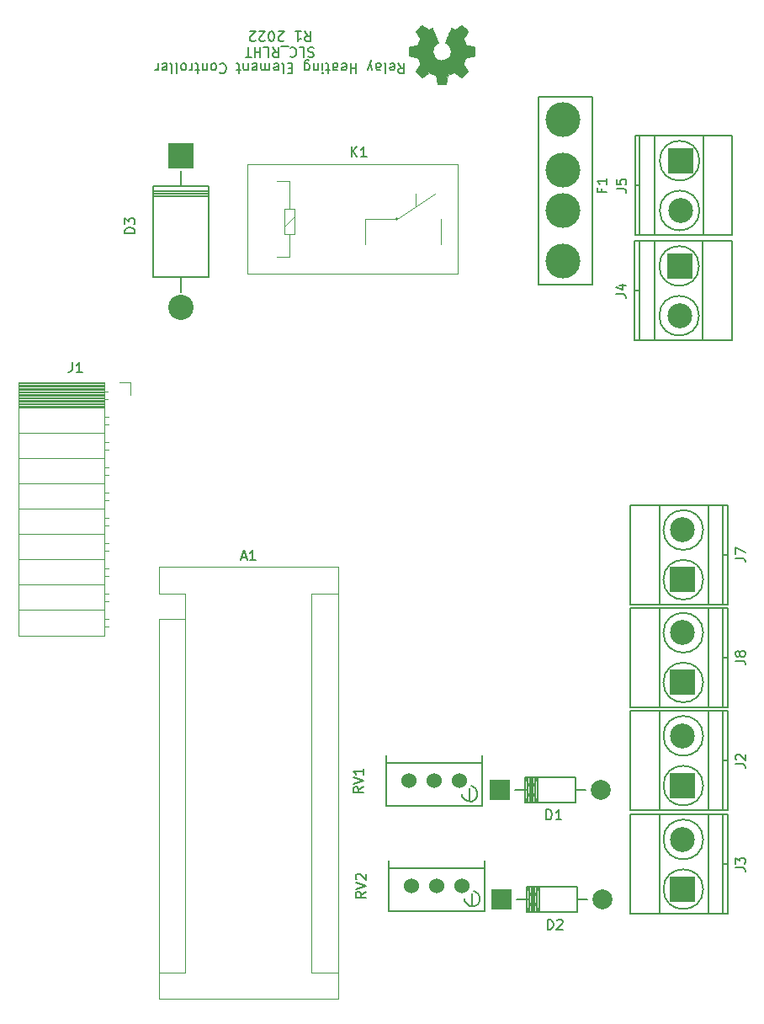
<source format=gbr>
%TF.GenerationSoftware,KiCad,Pcbnew,(6.0.4)*%
%TF.CreationDate,2023-02-01T16:26:22-05:00*%
%TF.ProjectId,BREAD_Slice,42524541-445f-4536-9c69-63652e6b6963,rev?*%
%TF.SameCoordinates,PX74eba40PY8552dc0*%
%TF.FileFunction,Legend,Top*%
%TF.FilePolarity,Positive*%
%FSLAX46Y46*%
G04 Gerber Fmt 4.6, Leading zero omitted, Abs format (unit mm)*
G04 Created by KiCad (PCBNEW (6.0.4)) date 2023-02-01 16:26:22*
%MOMM*%
%LPD*%
G01*
G04 APERTURE LIST*
%ADD10C,0.150000*%
%ADD11C,0.120000*%
%ADD12C,0.010000*%
%ADD13R,2.500000X2.500000*%
%ADD14C,2.500000*%
%ADD15R,2.540000X2.540000*%
%ADD16C,2.540000*%
%ADD17R,1.998980X1.998980*%
%ADD18C,1.998980*%
%ADD19C,1.524000*%
%ADD20C,3.500000*%
G04 APERTURE END LIST*
D10*
X35099952Y94371381D02*
X35433285Y93895191D01*
X35671380Y94371381D02*
X35671380Y93371381D01*
X35290428Y93371381D01*
X35195190Y93419000D01*
X35147571Y93466620D01*
X35099952Y93561858D01*
X35099952Y93704715D01*
X35147571Y93799953D01*
X35195190Y93847572D01*
X35290428Y93895191D01*
X35671380Y93895191D01*
X34290428Y94323762D02*
X34385666Y94371381D01*
X34576142Y94371381D01*
X34671380Y94323762D01*
X34719000Y94228524D01*
X34719000Y93847572D01*
X34671380Y93752334D01*
X34576142Y93704715D01*
X34385666Y93704715D01*
X34290428Y93752334D01*
X34242809Y93847572D01*
X34242809Y93942810D01*
X34719000Y94038048D01*
X33671380Y94371381D02*
X33766619Y94323762D01*
X33814238Y94228524D01*
X33814238Y93371381D01*
X32861857Y94371381D02*
X32861857Y93847572D01*
X32909476Y93752334D01*
X33004714Y93704715D01*
X33195190Y93704715D01*
X33290428Y93752334D01*
X32861857Y94323762D02*
X32957095Y94371381D01*
X33195190Y94371381D01*
X33290428Y94323762D01*
X33338047Y94228524D01*
X33338047Y94133286D01*
X33290428Y94038048D01*
X33195190Y93990429D01*
X32957095Y93990429D01*
X32861857Y93942810D01*
X32480904Y93704715D02*
X32242809Y94371381D01*
X32004714Y93704715D02*
X32242809Y94371381D01*
X32338047Y94609477D01*
X32385666Y94657096D01*
X32480904Y94704715D01*
X30861857Y94371381D02*
X30861857Y93371381D01*
X30861857Y93847572D02*
X30290428Y93847572D01*
X30290428Y94371381D02*
X30290428Y93371381D01*
X29433285Y94323762D02*
X29528523Y94371381D01*
X29719000Y94371381D01*
X29814238Y94323762D01*
X29861857Y94228524D01*
X29861857Y93847572D01*
X29814238Y93752334D01*
X29719000Y93704715D01*
X29528523Y93704715D01*
X29433285Y93752334D01*
X29385666Y93847572D01*
X29385666Y93942810D01*
X29861857Y94038048D01*
X28528523Y94371381D02*
X28528523Y93847572D01*
X28576142Y93752334D01*
X28671380Y93704715D01*
X28861857Y93704715D01*
X28957095Y93752334D01*
X28528523Y94323762D02*
X28623761Y94371381D01*
X28861857Y94371381D01*
X28957095Y94323762D01*
X29004714Y94228524D01*
X29004714Y94133286D01*
X28957095Y94038048D01*
X28861857Y93990429D01*
X28623761Y93990429D01*
X28528523Y93942810D01*
X28195190Y93704715D02*
X27814238Y93704715D01*
X28052333Y93371381D02*
X28052333Y94228524D01*
X28004714Y94323762D01*
X27909476Y94371381D01*
X27814238Y94371381D01*
X27480904Y94371381D02*
X27480904Y93704715D01*
X27480904Y93371381D02*
X27528523Y93419000D01*
X27480904Y93466620D01*
X27433285Y93419000D01*
X27480904Y93371381D01*
X27480904Y93466620D01*
X27004714Y93704715D02*
X27004714Y94371381D01*
X27004714Y93799953D02*
X26957095Y93752334D01*
X26861857Y93704715D01*
X26719000Y93704715D01*
X26623761Y93752334D01*
X26576142Y93847572D01*
X26576142Y94371381D01*
X25671380Y93704715D02*
X25671380Y94514239D01*
X25719000Y94609477D01*
X25766619Y94657096D01*
X25861857Y94704715D01*
X26004714Y94704715D01*
X26099952Y94657096D01*
X25671380Y94323762D02*
X25766619Y94371381D01*
X25957095Y94371381D01*
X26052333Y94323762D01*
X26099952Y94276143D01*
X26147571Y94180905D01*
X26147571Y93895191D01*
X26099952Y93799953D01*
X26052333Y93752334D01*
X25957095Y93704715D01*
X25766619Y93704715D01*
X25671380Y93752334D01*
X24433285Y93847572D02*
X24099952Y93847572D01*
X23957095Y94371381D02*
X24433285Y94371381D01*
X24433285Y93371381D01*
X23957095Y93371381D01*
X23385666Y94371381D02*
X23480904Y94323762D01*
X23528523Y94228524D01*
X23528523Y93371381D01*
X22623761Y94323762D02*
X22719000Y94371381D01*
X22909476Y94371381D01*
X23004714Y94323762D01*
X23052333Y94228524D01*
X23052333Y93847572D01*
X23004714Y93752334D01*
X22909476Y93704715D01*
X22719000Y93704715D01*
X22623761Y93752334D01*
X22576142Y93847572D01*
X22576142Y93942810D01*
X23052333Y94038048D01*
X22147571Y94371381D02*
X22147571Y93704715D01*
X22147571Y93799953D02*
X22099952Y93752334D01*
X22004714Y93704715D01*
X21861857Y93704715D01*
X21766619Y93752334D01*
X21719000Y93847572D01*
X21719000Y94371381D01*
X21719000Y93847572D02*
X21671380Y93752334D01*
X21576142Y93704715D01*
X21433285Y93704715D01*
X21338047Y93752334D01*
X21290428Y93847572D01*
X21290428Y94371381D01*
X20433285Y94323762D02*
X20528523Y94371381D01*
X20719000Y94371381D01*
X20814238Y94323762D01*
X20861857Y94228524D01*
X20861857Y93847572D01*
X20814238Y93752334D01*
X20719000Y93704715D01*
X20528523Y93704715D01*
X20433285Y93752334D01*
X20385666Y93847572D01*
X20385666Y93942810D01*
X20861857Y94038048D01*
X19957095Y93704715D02*
X19957095Y94371381D01*
X19957095Y93799953D02*
X19909476Y93752334D01*
X19814238Y93704715D01*
X19671380Y93704715D01*
X19576142Y93752334D01*
X19528523Y93847572D01*
X19528523Y94371381D01*
X19195190Y93704715D02*
X18814238Y93704715D01*
X19052333Y93371381D02*
X19052333Y94228524D01*
X19004714Y94323762D01*
X18909476Y94371381D01*
X18814238Y94371381D01*
X17147571Y94276143D02*
X17195190Y94323762D01*
X17338047Y94371381D01*
X17433285Y94371381D01*
X17576142Y94323762D01*
X17671380Y94228524D01*
X17719000Y94133286D01*
X17766619Y93942810D01*
X17766619Y93799953D01*
X17719000Y93609477D01*
X17671380Y93514239D01*
X17576142Y93419000D01*
X17433285Y93371381D01*
X17338047Y93371381D01*
X17195190Y93419000D01*
X17147571Y93466620D01*
X16576142Y94371381D02*
X16671380Y94323762D01*
X16719000Y94276143D01*
X16766619Y94180905D01*
X16766619Y93895191D01*
X16719000Y93799953D01*
X16671380Y93752334D01*
X16576142Y93704715D01*
X16433285Y93704715D01*
X16338047Y93752334D01*
X16290428Y93799953D01*
X16242809Y93895191D01*
X16242809Y94180905D01*
X16290428Y94276143D01*
X16338047Y94323762D01*
X16433285Y94371381D01*
X16576142Y94371381D01*
X15814238Y93704715D02*
X15814238Y94371381D01*
X15814238Y93799953D02*
X15766619Y93752334D01*
X15671380Y93704715D01*
X15528523Y93704715D01*
X15433285Y93752334D01*
X15385666Y93847572D01*
X15385666Y94371381D01*
X15052333Y93704715D02*
X14671380Y93704715D01*
X14909476Y93371381D02*
X14909476Y94228524D01*
X14861857Y94323762D01*
X14766619Y94371381D01*
X14671380Y94371381D01*
X14338047Y94371381D02*
X14338047Y93704715D01*
X14338047Y93895191D02*
X14290428Y93799953D01*
X14242809Y93752334D01*
X14147571Y93704715D01*
X14052333Y93704715D01*
X13576142Y94371381D02*
X13671380Y94323762D01*
X13719000Y94276143D01*
X13766619Y94180905D01*
X13766619Y93895191D01*
X13719000Y93799953D01*
X13671380Y93752334D01*
X13576142Y93704715D01*
X13433285Y93704715D01*
X13338047Y93752334D01*
X13290428Y93799953D01*
X13242809Y93895191D01*
X13242809Y94180905D01*
X13290428Y94276143D01*
X13338047Y94323762D01*
X13433285Y94371381D01*
X13576142Y94371381D01*
X12671380Y94371381D02*
X12766619Y94323762D01*
X12814238Y94228524D01*
X12814238Y93371381D01*
X12147571Y94371381D02*
X12242809Y94323762D01*
X12290428Y94228524D01*
X12290428Y93371381D01*
X11385666Y94323762D02*
X11480904Y94371381D01*
X11671380Y94371381D01*
X11766619Y94323762D01*
X11814238Y94228524D01*
X11814238Y93847572D01*
X11766619Y93752334D01*
X11671380Y93704715D01*
X11480904Y93704715D01*
X11385666Y93752334D01*
X11338047Y93847572D01*
X11338047Y93942810D01*
X11814238Y94038048D01*
X10909476Y94371381D02*
X10909476Y93704715D01*
X10909476Y93895191D02*
X10861857Y93799953D01*
X10814238Y93752334D01*
X10719000Y93704715D01*
X10623761Y93704715D01*
X26599952Y95933762D02*
X26457095Y95981381D01*
X26219000Y95981381D01*
X26123761Y95933762D01*
X26076142Y95886143D01*
X26028523Y95790905D01*
X26028523Y95695667D01*
X26076142Y95600429D01*
X26123761Y95552810D01*
X26219000Y95505191D01*
X26409476Y95457572D01*
X26504714Y95409953D01*
X26552333Y95362334D01*
X26599952Y95267096D01*
X26599952Y95171858D01*
X26552333Y95076620D01*
X26504714Y95029000D01*
X26409476Y94981381D01*
X26171380Y94981381D01*
X26028523Y95029000D01*
X25123761Y95981381D02*
X25599952Y95981381D01*
X25599952Y94981381D01*
X24219000Y95886143D02*
X24266619Y95933762D01*
X24409476Y95981381D01*
X24504714Y95981381D01*
X24647571Y95933762D01*
X24742809Y95838524D01*
X24790428Y95743286D01*
X24838047Y95552810D01*
X24838047Y95409953D01*
X24790428Y95219477D01*
X24742809Y95124239D01*
X24647571Y95029000D01*
X24504714Y94981381D01*
X24409476Y94981381D01*
X24266619Y95029000D01*
X24219000Y95076620D01*
X24028523Y96076620D02*
X23266619Y96076620D01*
X22457095Y95981381D02*
X22790428Y95505191D01*
X23028523Y95981381D02*
X23028523Y94981381D01*
X22647571Y94981381D01*
X22552333Y95029000D01*
X22504714Y95076620D01*
X22457095Y95171858D01*
X22457095Y95314715D01*
X22504714Y95409953D01*
X22552333Y95457572D01*
X22647571Y95505191D01*
X23028523Y95505191D01*
X21552333Y95981381D02*
X22028523Y95981381D01*
X22028523Y94981381D01*
X21219000Y95981381D02*
X21219000Y94981381D01*
X21219000Y95457572D02*
X20647571Y95457572D01*
X20647571Y95981381D02*
X20647571Y94981381D01*
X20314238Y94981381D02*
X19742809Y94981381D01*
X20028523Y95981381D02*
X20028523Y94981381D01*
X25671380Y97591381D02*
X26004714Y97115191D01*
X26242809Y97591381D02*
X26242809Y96591381D01*
X25861857Y96591381D01*
X25766619Y96639000D01*
X25719000Y96686620D01*
X25671380Y96781858D01*
X25671380Y96924715D01*
X25719000Y97019953D01*
X25766619Y97067572D01*
X25861857Y97115191D01*
X26242809Y97115191D01*
X24719000Y97591381D02*
X25290428Y97591381D01*
X25004714Y97591381D02*
X25004714Y96591381D01*
X25099952Y96734239D01*
X25195190Y96829477D01*
X25290428Y96877096D01*
X23576142Y96686620D02*
X23528523Y96639000D01*
X23433285Y96591381D01*
X23195190Y96591381D01*
X23099952Y96639000D01*
X23052333Y96686620D01*
X23004714Y96781858D01*
X23004714Y96877096D01*
X23052333Y97019953D01*
X23623761Y97591381D01*
X23004714Y97591381D01*
X22385666Y96591381D02*
X22290428Y96591381D01*
X22195190Y96639000D01*
X22147571Y96686620D01*
X22099952Y96781858D01*
X22052333Y96972334D01*
X22052333Y97210429D01*
X22099952Y97400905D01*
X22147571Y97496143D01*
X22195190Y97543762D01*
X22290428Y97591381D01*
X22385666Y97591381D01*
X22480904Y97543762D01*
X22528523Y97496143D01*
X22576142Y97400905D01*
X22623761Y97210429D01*
X22623761Y96972334D01*
X22576142Y96781858D01*
X22528523Y96686620D01*
X22480904Y96639000D01*
X22385666Y96591381D01*
X21671380Y96686620D02*
X21623761Y96639000D01*
X21528523Y96591381D01*
X21290428Y96591381D01*
X21195190Y96639000D01*
X21147571Y96686620D01*
X21099952Y96781858D01*
X21099952Y96877096D01*
X21147571Y97019953D01*
X21719000Y97591381D01*
X21099952Y97591381D01*
X20719000Y96686620D02*
X20671380Y96639000D01*
X20576142Y96591381D01*
X20338047Y96591381D01*
X20242809Y96639000D01*
X20195190Y96686620D01*
X20147571Y96781858D01*
X20147571Y96877096D01*
X20195190Y97019953D01*
X20766619Y97591381D01*
X20147571Y97591381D01*
%TO.C,A1*%
X19305714Y44713334D02*
X19781904Y44713334D01*
X19210476Y44427620D02*
X19543809Y45427620D01*
X19877142Y44427620D01*
X20734285Y44427620D02*
X20162857Y44427620D01*
X20448571Y44427620D02*
X20448571Y45427620D01*
X20353333Y45284762D01*
X20258095Y45189524D01*
X20162857Y45141905D01*
%TO.C,J1*%
X2286666Y64317620D02*
X2286666Y63603334D01*
X2239047Y63460477D01*
X2143809Y63365239D01*
X2000952Y63317620D01*
X1905714Y63317620D01*
X3286666Y63317620D02*
X2715238Y63317620D01*
X3000952Y63317620D02*
X3000952Y64317620D01*
X2905714Y64174762D01*
X2810476Y64079524D01*
X2715238Y64031905D01*
%TO.C,J2*%
X69025380Y23923667D02*
X69739666Y23923667D01*
X69882523Y23876048D01*
X69977761Y23780810D01*
X70025380Y23637953D01*
X70025380Y23542715D01*
X69120619Y24352239D02*
X69073000Y24399858D01*
X69025380Y24495096D01*
X69025380Y24733191D01*
X69073000Y24828429D01*
X69120619Y24876048D01*
X69215857Y24923667D01*
X69311095Y24923667D01*
X69453952Y24876048D01*
X70025380Y24304620D01*
X70025380Y24923667D01*
%TO.C,J3*%
X69025380Y13509667D02*
X69739666Y13509667D01*
X69882523Y13462048D01*
X69977761Y13366810D01*
X70025380Y13223953D01*
X70025380Y13128715D01*
X69025380Y13890620D02*
X69025380Y14509667D01*
X69406333Y14176334D01*
X69406333Y14319191D01*
X69453952Y14414429D01*
X69501571Y14462048D01*
X69596809Y14509667D01*
X69834904Y14509667D01*
X69930142Y14462048D01*
X69977761Y14414429D01*
X70025380Y14319191D01*
X70025380Y14033477D01*
X69977761Y13938239D01*
X69930142Y13890620D01*
%TO.C,D3*%
X8580380Y77285905D02*
X7580380Y77285905D01*
X7580380Y77524000D01*
X7628000Y77666858D01*
X7723238Y77762096D01*
X7818476Y77809715D01*
X8008952Y77857334D01*
X8151809Y77857334D01*
X8342285Y77809715D01*
X8437523Y77762096D01*
X8532761Y77666858D01*
X8580380Y77524000D01*
X8580380Y77285905D01*
X7580380Y78190667D02*
X7580380Y78809715D01*
X7961333Y78476381D01*
X7961333Y78619239D01*
X8008952Y78714477D01*
X8056571Y78762096D01*
X8151809Y78809715D01*
X8389904Y78809715D01*
X8485142Y78762096D01*
X8532761Y78714477D01*
X8580380Y78619239D01*
X8580380Y78333524D01*
X8532761Y78238286D01*
X8485142Y78190667D01*
%TO.C,J5*%
X57052380Y81748667D02*
X57766666Y81748667D01*
X57909523Y81701048D01*
X58004761Y81605810D01*
X58052380Y81462953D01*
X58052380Y81367715D01*
X57052380Y82701048D02*
X57052380Y82224858D01*
X57528571Y82177239D01*
X57480952Y82224858D01*
X57433333Y82320096D01*
X57433333Y82558191D01*
X57480952Y82653429D01*
X57528571Y82701048D01*
X57623809Y82748667D01*
X57861904Y82748667D01*
X57957142Y82701048D01*
X58004761Y82653429D01*
X58052380Y82558191D01*
X58052380Y82320096D01*
X58004761Y82224858D01*
X57957142Y82177239D01*
%TO.C,J8*%
X69025380Y34297667D02*
X69739666Y34297667D01*
X69882523Y34250048D01*
X69977761Y34154810D01*
X70025380Y34011953D01*
X70025380Y33916715D01*
X69453952Y34916715D02*
X69406333Y34821477D01*
X69358714Y34773858D01*
X69263476Y34726239D01*
X69215857Y34726239D01*
X69120619Y34773858D01*
X69073000Y34821477D01*
X69025380Y34916715D01*
X69025380Y35107191D01*
X69073000Y35202429D01*
X69120619Y35250048D01*
X69215857Y35297667D01*
X69263476Y35297667D01*
X69358714Y35250048D01*
X69406333Y35202429D01*
X69453952Y35107191D01*
X69453952Y34916715D01*
X69501571Y34821477D01*
X69549190Y34773858D01*
X69644428Y34726239D01*
X69834904Y34726239D01*
X69930142Y34773858D01*
X69977761Y34821477D01*
X70025380Y34916715D01*
X70025380Y35107191D01*
X69977761Y35202429D01*
X69930142Y35250048D01*
X69834904Y35297667D01*
X69644428Y35297667D01*
X69549190Y35250048D01*
X69501571Y35202429D01*
X69453952Y35107191D01*
%TO.C,D2*%
X50115244Y7294620D02*
X50115244Y8294620D01*
X50353340Y8294620D01*
X50496197Y8247000D01*
X50591435Y8151762D01*
X50639054Y8056524D01*
X50686673Y7866048D01*
X50686673Y7723191D01*
X50639054Y7532715D01*
X50591435Y7437477D01*
X50496197Y7342239D01*
X50353340Y7294620D01*
X50115244Y7294620D01*
X51067625Y8199381D02*
X51115244Y8247000D01*
X51210482Y8294620D01*
X51448578Y8294620D01*
X51543816Y8247000D01*
X51591435Y8199381D01*
X51639054Y8104143D01*
X51639054Y8008905D01*
X51591435Y7866048D01*
X51020006Y7294620D01*
X51639054Y7294620D01*
%TO.C,J7*%
X69025380Y44624667D02*
X69739666Y44624667D01*
X69882523Y44577048D01*
X69977761Y44481810D01*
X70025380Y44338953D01*
X70025380Y44243715D01*
X69025380Y45005620D02*
X69025380Y45672286D01*
X70025380Y45243715D01*
%TO.C,RV2*%
X31821380Y11088762D02*
X31345190Y10755429D01*
X31821380Y10517334D02*
X30821380Y10517334D01*
X30821380Y10898286D01*
X30869000Y10993524D01*
X30916619Y11041143D01*
X31011857Y11088762D01*
X31154714Y11088762D01*
X31249952Y11041143D01*
X31297571Y10993524D01*
X31345190Y10898286D01*
X31345190Y10517334D01*
X30821380Y11374477D02*
X31821380Y11707810D01*
X30821380Y12041143D01*
X30916619Y12326858D02*
X30869000Y12374477D01*
X30821380Y12469715D01*
X30821380Y12707810D01*
X30869000Y12803048D01*
X30916619Y12850667D01*
X31011857Y12898286D01*
X31107095Y12898286D01*
X31249952Y12850667D01*
X31821380Y12279239D01*
X31821380Y12898286D01*
%TO.C,J4*%
X57006380Y71167667D02*
X57720666Y71167667D01*
X57863523Y71120048D01*
X57958761Y71024810D01*
X58006380Y70881953D01*
X58006380Y70786715D01*
X57339714Y72072429D02*
X58006380Y72072429D01*
X56958761Y71834334D02*
X57673047Y71596239D01*
X57673047Y72215286D01*
%TO.C,D1*%
X49988244Y18343620D02*
X49988244Y19343620D01*
X50226340Y19343620D01*
X50369197Y19296000D01*
X50464435Y19200762D01*
X50512054Y19105524D01*
X50559673Y18915048D01*
X50559673Y18772191D01*
X50512054Y18581715D01*
X50464435Y18486477D01*
X50369197Y18391239D01*
X50226340Y18343620D01*
X49988244Y18343620D01*
X51512054Y18343620D02*
X50940625Y18343620D01*
X51226340Y18343620D02*
X51226340Y19343620D01*
X51131101Y19200762D01*
X51035863Y19105524D01*
X50940625Y19057905D01*
%TO.C,RV1*%
X31567380Y21629762D02*
X31091190Y21296429D01*
X31567380Y21058334D02*
X30567380Y21058334D01*
X30567380Y21439286D01*
X30615000Y21534524D01*
X30662619Y21582143D01*
X30757857Y21629762D01*
X30900714Y21629762D01*
X30995952Y21582143D01*
X31043571Y21534524D01*
X31091190Y21439286D01*
X31091190Y21058334D01*
X30567380Y21915477D02*
X31567380Y22248810D01*
X30567380Y22582143D01*
X31567380Y23439286D02*
X31567380Y22867858D01*
X31567380Y23153572D02*
X30567380Y23153572D01*
X30710238Y23058334D01*
X30805476Y22963096D01*
X30853095Y22867858D01*
%TO.C,K1*%
X30366904Y84987620D02*
X30366904Y85987620D01*
X30938333Y84987620D02*
X30509761Y85559048D01*
X30938333Y85987620D02*
X30366904Y85416191D01*
X31890714Y84987620D02*
X31319285Y84987620D01*
X31605000Y84987620D02*
X31605000Y85987620D01*
X31509761Y85844762D01*
X31414523Y85749524D01*
X31319285Y85701905D01*
%TO.C,F1*%
X55571571Y81750667D02*
X55571571Y81417334D01*
X56095380Y81417334D02*
X55095380Y81417334D01*
X55095380Y81893524D01*
X56095380Y82798286D02*
X56095380Y82226858D01*
X56095380Y82512572D02*
X55095380Y82512572D01*
X55238238Y82417334D01*
X55333476Y82322096D01*
X55381095Y82226858D01*
D11*
%TO.C,A1*%
X29040000Y43740000D02*
X11000000Y43740000D01*
X11000000Y43740000D02*
X11000000Y41070000D01*
X13670000Y41070000D02*
X11000000Y41070000D01*
X11000000Y38530000D02*
X11000000Y300000D01*
X26370000Y2970000D02*
X29040000Y2970000D01*
X13670000Y38530000D02*
X13670000Y2970000D01*
X13670000Y38530000D02*
X11000000Y38530000D01*
X11000000Y300000D02*
X29040000Y300000D01*
X13670000Y2970000D02*
X11000000Y2970000D01*
X26370000Y41070000D02*
X26370000Y2970000D01*
X29040000Y300000D02*
X29040000Y43740000D01*
X13670000Y38530000D02*
X13670000Y41070000D01*
X26370000Y41070000D02*
X29040000Y41070000D01*
%TO.C,J1*%
X-3090000Y44490000D02*
X5540000Y44490000D01*
X-3090000Y59966195D02*
X5540000Y59966195D01*
X-3090000Y54650000D02*
X5540000Y54650000D01*
X5540000Y58820000D02*
X5950000Y58820000D01*
X5540000Y37780000D02*
X5950000Y37780000D01*
X5540000Y42860000D02*
X5950000Y42860000D01*
X-3090000Y61737620D02*
X5540000Y61737620D01*
X-3090000Y60202385D02*
X5540000Y60202385D01*
X-3090000Y61029050D02*
X5540000Y61029050D01*
X-3090000Y39410000D02*
X5540000Y39410000D01*
X5540000Y41040000D02*
X5950000Y41040000D01*
X5540000Y50480000D02*
X5950000Y50480000D01*
X5540000Y61360000D02*
X5890000Y61360000D01*
X5540000Y43580000D02*
X5950000Y43580000D01*
X-3090000Y47030000D02*
X5540000Y47030000D01*
X5540000Y47940000D02*
X5950000Y47940000D01*
X5540000Y60640000D02*
X5890000Y60640000D01*
X-3090000Y61147145D02*
X5540000Y61147145D01*
X-3090000Y61855715D02*
X5540000Y61855715D01*
X5540000Y38500000D02*
X5950000Y38500000D01*
X-3090000Y61973810D02*
X5540000Y61973810D01*
X5540000Y58100000D02*
X5950000Y58100000D01*
X-3090000Y60792860D02*
X5540000Y60792860D01*
X5540000Y45400000D02*
X5950000Y45400000D01*
X-3090000Y41950000D02*
X5540000Y41950000D01*
X7000000Y62330000D02*
X8110000Y62330000D01*
X-3090000Y61265240D02*
X5540000Y61265240D01*
X5540000Y53740000D02*
X5950000Y53740000D01*
X-3090000Y62330000D02*
X-3090000Y36810000D01*
X5540000Y46120000D02*
X5950000Y46120000D01*
X8110000Y62330000D02*
X8110000Y61000000D01*
X-3090000Y60438575D02*
X5540000Y60438575D01*
X-3090000Y60556670D02*
X5540000Y60556670D01*
X-3090000Y60084290D02*
X5540000Y60084290D01*
X-3090000Y60674765D02*
X5540000Y60674765D01*
X5540000Y53020000D02*
X5950000Y53020000D01*
X-3090000Y62210000D02*
X5540000Y62210000D01*
X-3090000Y61619525D02*
X5540000Y61619525D01*
X-3090000Y52110000D02*
X5540000Y52110000D01*
X-3090000Y61383335D02*
X5540000Y61383335D01*
X-3090000Y59848100D02*
X5540000Y59848100D01*
X5540000Y48660000D02*
X5950000Y48660000D01*
X-3090000Y62330000D02*
X5540000Y62330000D01*
X-3090000Y62091905D02*
X5540000Y62091905D01*
X5540000Y56280000D02*
X5950000Y56280000D01*
X-3090000Y57190000D02*
X5540000Y57190000D01*
X-3090000Y49570000D02*
X5540000Y49570000D01*
X5540000Y55560000D02*
X5950000Y55560000D01*
X5540000Y51200000D02*
X5950000Y51200000D01*
X-3090000Y59730000D02*
X5540000Y59730000D01*
X-3090000Y60320480D02*
X5540000Y60320480D01*
X5540000Y40320000D02*
X5950000Y40320000D01*
X-3090000Y60910955D02*
X5540000Y60910955D01*
X-3090000Y36810000D02*
X5540000Y36810000D01*
X-3090000Y61501430D02*
X5540000Y61501430D01*
X5540000Y62330000D02*
X5540000Y36810000D01*
%TO.C,Logo1*%
G36*
X37489357Y98212912D02*
G01*
X37534200Y98186020D01*
X37594679Y98146736D01*
X37641211Y98115117D01*
X37725525Y98057098D01*
X37825374Y97988784D01*
X37925527Y97920579D01*
X37979373Y97884075D01*
X38161629Y97760800D01*
X38314619Y97843520D01*
X38384318Y97879759D01*
X38443586Y97907926D01*
X38483689Y97923991D01*
X38493897Y97926226D01*
X38506171Y97909722D01*
X38530387Y97863082D01*
X38564737Y97790609D01*
X38607412Y97696606D01*
X38656606Y97585374D01*
X38710510Y97461215D01*
X38767316Y97328432D01*
X38825218Y97191327D01*
X38882407Y97054202D01*
X38937076Y96921358D01*
X38987416Y96797098D01*
X39031620Y96685725D01*
X39067881Y96591539D01*
X39094391Y96518844D01*
X39109342Y96471941D01*
X39111746Y96455833D01*
X39092689Y96435286D01*
X39050964Y96401933D01*
X38995294Y96362702D01*
X38990622Y96359599D01*
X38846736Y96244423D01*
X38730717Y96110053D01*
X38643570Y95960784D01*
X38586301Y95800913D01*
X38559914Y95634737D01*
X38565415Y95466552D01*
X38603810Y95300655D01*
X38676105Y95141342D01*
X38697374Y95106487D01*
X38808004Y94965737D01*
X38938698Y94852714D01*
X39084936Y94768003D01*
X39242192Y94712194D01*
X39405943Y94685874D01*
X39571667Y94689630D01*
X39734838Y94724050D01*
X39890935Y94789723D01*
X40035433Y94887235D01*
X40080131Y94926813D01*
X40193888Y95050703D01*
X40276782Y95181124D01*
X40333644Y95327315D01*
X40365313Y95472088D01*
X40373131Y95634860D01*
X40347062Y95798440D01*
X40289755Y95957298D01*
X40203856Y96105906D01*
X40092014Y96238735D01*
X39956877Y96350256D01*
X39939117Y96362011D01*
X39882850Y96400508D01*
X39840077Y96433863D01*
X39819628Y96455160D01*
X39819331Y96455833D01*
X39823721Y96478871D01*
X39841124Y96531157D01*
X39869732Y96608390D01*
X39907735Y96706268D01*
X39953326Y96820491D01*
X40004697Y96946758D01*
X40060038Y97080767D01*
X40117542Y97218218D01*
X40175399Y97354808D01*
X40231802Y97486237D01*
X40284942Y97608205D01*
X40333010Y97716409D01*
X40374199Y97806549D01*
X40406699Y97874323D01*
X40428703Y97915430D01*
X40437564Y97926226D01*
X40464640Y97917819D01*
X40515303Y97895272D01*
X40580817Y97862613D01*
X40616841Y97843520D01*
X40769832Y97760800D01*
X40952088Y97884075D01*
X41045125Y97947228D01*
X41146985Y98016727D01*
X41242438Y98082165D01*
X41290250Y98115117D01*
X41357495Y98160273D01*
X41414436Y98196057D01*
X41453646Y98217938D01*
X41466381Y98222563D01*
X41484917Y98210085D01*
X41525941Y98175252D01*
X41585475Y98121678D01*
X41659542Y98052983D01*
X41744165Y97972781D01*
X41797685Y97921286D01*
X41891319Y97829286D01*
X41972241Y97746999D01*
X42037177Y97677945D01*
X42082858Y97625644D01*
X42106011Y97593616D01*
X42108232Y97587116D01*
X42097924Y97562394D01*
X42069439Y97512405D01*
X42025937Y97442212D01*
X41970577Y97356875D01*
X41906520Y97261456D01*
X41888303Y97234854D01*
X41821927Y97138167D01*
X41762378Y97051117D01*
X41712984Y96978595D01*
X41677075Y96925493D01*
X41657981Y96896703D01*
X41656136Y96893726D01*
X41658895Y96870782D01*
X41673538Y96820336D01*
X41697513Y96749041D01*
X41728266Y96663547D01*
X41763244Y96570507D01*
X41799893Y96476574D01*
X41835661Y96388399D01*
X41867994Y96312634D01*
X41894338Y96255931D01*
X41912142Y96224943D01*
X41913407Y96223457D01*
X41924294Y96214601D01*
X41942682Y96205843D01*
X41972606Y96196277D01*
X42018103Y96184996D01*
X42083209Y96171093D01*
X42171961Y96153663D01*
X42288393Y96131798D01*
X42436542Y96104591D01*
X42468618Y96098741D01*
X42563686Y96080374D01*
X42646565Y96062405D01*
X42709930Y96046569D01*
X42746458Y96034600D01*
X42751356Y96031810D01*
X42759427Y96007072D01*
X42765987Y95951790D01*
X42771033Y95872389D01*
X42774559Y95775296D01*
X42776561Y95666938D01*
X42777036Y95553740D01*
X42775977Y95442128D01*
X42773382Y95338529D01*
X42769246Y95249368D01*
X42763563Y95181072D01*
X42756331Y95140066D01*
X42751971Y95131674D01*
X42727698Y95123208D01*
X42672426Y95109435D01*
X42591662Y95091550D01*
X42490912Y95070748D01*
X42375683Y95048223D01*
X42312902Y95036418D01*
X42193787Y95014151D01*
X42087565Y94993979D01*
X41999427Y94976915D01*
X41934566Y94963969D01*
X41898174Y94956155D01*
X41892184Y94954422D01*
X41882061Y94934890D01*
X41860662Y94887843D01*
X41830839Y94820003D01*
X41795445Y94738091D01*
X41757332Y94648828D01*
X41719353Y94558935D01*
X41684360Y94475135D01*
X41655206Y94404147D01*
X41634743Y94352694D01*
X41625823Y94327497D01*
X41625657Y94326396D01*
X41635769Y94306519D01*
X41664117Y94260777D01*
X41707723Y94193717D01*
X41763606Y94109884D01*
X41828787Y94013826D01*
X41866679Y93958650D01*
X41935725Y93857481D01*
X41997050Y93765630D01*
X42047663Y93687744D01*
X42084571Y93628469D01*
X42104782Y93592451D01*
X42107701Y93584377D01*
X42095153Y93565584D01*
X42060463Y93525457D01*
X42008063Y93468493D01*
X41942384Y93399185D01*
X41867856Y93322031D01*
X41788913Y93241525D01*
X41709983Y93162163D01*
X41635500Y93088440D01*
X41569894Y93024852D01*
X41517596Y92975894D01*
X41483039Y92946061D01*
X41471478Y92938942D01*
X41452654Y92948953D01*
X41407631Y92977078D01*
X41340787Y93020454D01*
X41256499Y93076218D01*
X41159144Y93141506D01*
X41085707Y93191246D01*
X40714667Y93443551D01*
X40096095Y93188555D01*
X40012275Y92743931D01*
X39928454Y92299307D01*
X39003006Y92299307D01*
X38919186Y92743931D01*
X38835365Y93188555D01*
X38526080Y93316053D01*
X38216794Y93443551D01*
X37845754Y93191246D01*
X37741843Y93120996D01*
X37647913Y93058272D01*
X37568348Y93005938D01*
X37507530Y92966857D01*
X37469843Y92943893D01*
X37459579Y92938942D01*
X37441090Y92951676D01*
X37401580Y92986882D01*
X37345478Y93040062D01*
X37277213Y93106718D01*
X37201214Y93182354D01*
X37121908Y93262472D01*
X37043725Y93342574D01*
X36971093Y93418164D01*
X36908441Y93484745D01*
X36860197Y93537818D01*
X36830790Y93572887D01*
X36823759Y93584623D01*
X36833877Y93606260D01*
X36862241Y93653662D01*
X36905871Y93722193D01*
X36961782Y93807215D01*
X37026994Y93904093D01*
X37064781Y93959350D01*
X37133657Y94060248D01*
X37194860Y94151299D01*
X37245422Y94227970D01*
X37282372Y94285728D01*
X37302742Y94320043D01*
X37305803Y94327254D01*
X37298864Y94347748D01*
X37279949Y94395513D01*
X37251913Y94463832D01*
X37217609Y94545989D01*
X37179891Y94635270D01*
X37141613Y94724958D01*
X37105630Y94808338D01*
X37074794Y94878694D01*
X37051961Y94929310D01*
X37039983Y94953471D01*
X37039276Y94954422D01*
X37020469Y94959036D01*
X36970382Y94969328D01*
X36894207Y94984287D01*
X36797135Y95002901D01*
X36684357Y95024159D01*
X36618558Y95036418D01*
X36498050Y95059362D01*
X36389203Y95081195D01*
X36297524Y95100722D01*
X36228519Y95116748D01*
X36187696Y95128079D01*
X36179489Y95131674D01*
X36171452Y95156006D01*
X36164967Y95210959D01*
X36160030Y95290108D01*
X36156636Y95387026D01*
X36154782Y95495287D01*
X36154462Y95608465D01*
X36155673Y95720135D01*
X36158410Y95823868D01*
X36162669Y95913241D01*
X36168445Y95981826D01*
X36175733Y96023197D01*
X36180105Y96031810D01*
X36206236Y96042133D01*
X36261607Y96056892D01*
X36338893Y96074352D01*
X36430770Y96092780D01*
X36462842Y96098741D01*
X36617476Y96127066D01*
X36739625Y96149876D01*
X36833327Y96168080D01*
X36902616Y96182583D01*
X36951529Y96194292D01*
X36984103Y96204115D01*
X37004372Y96212956D01*
X37016374Y96221724D01*
X37018053Y96223457D01*
X37034816Y96251371D01*
X37060386Y96305695D01*
X37092212Y96379777D01*
X37127740Y96466965D01*
X37164417Y96560608D01*
X37199689Y96654052D01*
X37231004Y96740647D01*
X37255807Y96813740D01*
X37271546Y96866678D01*
X37275668Y96892811D01*
X37275324Y96893726D01*
X37261359Y96915086D01*
X37229678Y96962084D01*
X37183609Y97029827D01*
X37126482Y97113423D01*
X37061627Y97207982D01*
X37043157Y97234854D01*
X36977301Y97332275D01*
X36919350Y97421163D01*
X36872462Y97496412D01*
X36839793Y97552920D01*
X36824500Y97585581D01*
X36823759Y97589593D01*
X36836608Y97610684D01*
X36872112Y97652464D01*
X36925707Y97710445D01*
X36992829Y97780135D01*
X37068913Y97857045D01*
X37149396Y97936683D01*
X37229713Y98014561D01*
X37305301Y98086186D01*
X37371595Y98147070D01*
X37424031Y98192721D01*
X37458045Y98218650D01*
X37467455Y98222883D01*
X37489357Y98212912D01*
G37*
D12*
X37489357Y98212912D02*
X37534200Y98186020D01*
X37594679Y98146736D01*
X37641211Y98115117D01*
X37725525Y98057098D01*
X37825374Y97988784D01*
X37925527Y97920579D01*
X37979373Y97884075D01*
X38161629Y97760800D01*
X38314619Y97843520D01*
X38384318Y97879759D01*
X38443586Y97907926D01*
X38483689Y97923991D01*
X38493897Y97926226D01*
X38506171Y97909722D01*
X38530387Y97863082D01*
X38564737Y97790609D01*
X38607412Y97696606D01*
X38656606Y97585374D01*
X38710510Y97461215D01*
X38767316Y97328432D01*
X38825218Y97191327D01*
X38882407Y97054202D01*
X38937076Y96921358D01*
X38987416Y96797098D01*
X39031620Y96685725D01*
X39067881Y96591539D01*
X39094391Y96518844D01*
X39109342Y96471941D01*
X39111746Y96455833D01*
X39092689Y96435286D01*
X39050964Y96401933D01*
X38995294Y96362702D01*
X38990622Y96359599D01*
X38846736Y96244423D01*
X38730717Y96110053D01*
X38643570Y95960784D01*
X38586301Y95800913D01*
X38559914Y95634737D01*
X38565415Y95466552D01*
X38603810Y95300655D01*
X38676105Y95141342D01*
X38697374Y95106487D01*
X38808004Y94965737D01*
X38938698Y94852714D01*
X39084936Y94768003D01*
X39242192Y94712194D01*
X39405943Y94685874D01*
X39571667Y94689630D01*
X39734838Y94724050D01*
X39890935Y94789723D01*
X40035433Y94887235D01*
X40080131Y94926813D01*
X40193888Y95050703D01*
X40276782Y95181124D01*
X40333644Y95327315D01*
X40365313Y95472088D01*
X40373131Y95634860D01*
X40347062Y95798440D01*
X40289755Y95957298D01*
X40203856Y96105906D01*
X40092014Y96238735D01*
X39956877Y96350256D01*
X39939117Y96362011D01*
X39882850Y96400508D01*
X39840077Y96433863D01*
X39819628Y96455160D01*
X39819331Y96455833D01*
X39823721Y96478871D01*
X39841124Y96531157D01*
X39869732Y96608390D01*
X39907735Y96706268D01*
X39953326Y96820491D01*
X40004697Y96946758D01*
X40060038Y97080767D01*
X40117542Y97218218D01*
X40175399Y97354808D01*
X40231802Y97486237D01*
X40284942Y97608205D01*
X40333010Y97716409D01*
X40374199Y97806549D01*
X40406699Y97874323D01*
X40428703Y97915430D01*
X40437564Y97926226D01*
X40464640Y97917819D01*
X40515303Y97895272D01*
X40580817Y97862613D01*
X40616841Y97843520D01*
X40769832Y97760800D01*
X40952088Y97884075D01*
X41045125Y97947228D01*
X41146985Y98016727D01*
X41242438Y98082165D01*
X41290250Y98115117D01*
X41357495Y98160273D01*
X41414436Y98196057D01*
X41453646Y98217938D01*
X41466381Y98222563D01*
X41484917Y98210085D01*
X41525941Y98175252D01*
X41585475Y98121678D01*
X41659542Y98052983D01*
X41744165Y97972781D01*
X41797685Y97921286D01*
X41891319Y97829286D01*
X41972241Y97746999D01*
X42037177Y97677945D01*
X42082858Y97625644D01*
X42106011Y97593616D01*
X42108232Y97587116D01*
X42097924Y97562394D01*
X42069439Y97512405D01*
X42025937Y97442212D01*
X41970577Y97356875D01*
X41906520Y97261456D01*
X41888303Y97234854D01*
X41821927Y97138167D01*
X41762378Y97051117D01*
X41712984Y96978595D01*
X41677075Y96925493D01*
X41657981Y96896703D01*
X41656136Y96893726D01*
X41658895Y96870782D01*
X41673538Y96820336D01*
X41697513Y96749041D01*
X41728266Y96663547D01*
X41763244Y96570507D01*
X41799893Y96476574D01*
X41835661Y96388399D01*
X41867994Y96312634D01*
X41894338Y96255931D01*
X41912142Y96224943D01*
X41913407Y96223457D01*
X41924294Y96214601D01*
X41942682Y96205843D01*
X41972606Y96196277D01*
X42018103Y96184996D01*
X42083209Y96171093D01*
X42171961Y96153663D01*
X42288393Y96131798D01*
X42436542Y96104591D01*
X42468618Y96098741D01*
X42563686Y96080374D01*
X42646565Y96062405D01*
X42709930Y96046569D01*
X42746458Y96034600D01*
X42751356Y96031810D01*
X42759427Y96007072D01*
X42765987Y95951790D01*
X42771033Y95872389D01*
X42774559Y95775296D01*
X42776561Y95666938D01*
X42777036Y95553740D01*
X42775977Y95442128D01*
X42773382Y95338529D01*
X42769246Y95249368D01*
X42763563Y95181072D01*
X42756331Y95140066D01*
X42751971Y95131674D01*
X42727698Y95123208D01*
X42672426Y95109435D01*
X42591662Y95091550D01*
X42490912Y95070748D01*
X42375683Y95048223D01*
X42312902Y95036418D01*
X42193787Y95014151D01*
X42087565Y94993979D01*
X41999427Y94976915D01*
X41934566Y94963969D01*
X41898174Y94956155D01*
X41892184Y94954422D01*
X41882061Y94934890D01*
X41860662Y94887843D01*
X41830839Y94820003D01*
X41795445Y94738091D01*
X41757332Y94648828D01*
X41719353Y94558935D01*
X41684360Y94475135D01*
X41655206Y94404147D01*
X41634743Y94352694D01*
X41625823Y94327497D01*
X41625657Y94326396D01*
X41635769Y94306519D01*
X41664117Y94260777D01*
X41707723Y94193717D01*
X41763606Y94109884D01*
X41828787Y94013826D01*
X41866679Y93958650D01*
X41935725Y93857481D01*
X41997050Y93765630D01*
X42047663Y93687744D01*
X42084571Y93628469D01*
X42104782Y93592451D01*
X42107701Y93584377D01*
X42095153Y93565584D01*
X42060463Y93525457D01*
X42008063Y93468493D01*
X41942384Y93399185D01*
X41867856Y93322031D01*
X41788913Y93241525D01*
X41709983Y93162163D01*
X41635500Y93088440D01*
X41569894Y93024852D01*
X41517596Y92975894D01*
X41483039Y92946061D01*
X41471478Y92938942D01*
X41452654Y92948953D01*
X41407631Y92977078D01*
X41340787Y93020454D01*
X41256499Y93076218D01*
X41159144Y93141506D01*
X41085707Y93191246D01*
X40714667Y93443551D01*
X40096095Y93188555D01*
X40012275Y92743931D01*
X39928454Y92299307D01*
X39003006Y92299307D01*
X38919186Y92743931D01*
X38835365Y93188555D01*
X38526080Y93316053D01*
X38216794Y93443551D01*
X37845754Y93191246D01*
X37741843Y93120996D01*
X37647913Y93058272D01*
X37568348Y93005938D01*
X37507530Y92966857D01*
X37469843Y92943893D01*
X37459579Y92938942D01*
X37441090Y92951676D01*
X37401580Y92986882D01*
X37345478Y93040062D01*
X37277213Y93106718D01*
X37201214Y93182354D01*
X37121908Y93262472D01*
X37043725Y93342574D01*
X36971093Y93418164D01*
X36908441Y93484745D01*
X36860197Y93537818D01*
X36830790Y93572887D01*
X36823759Y93584623D01*
X36833877Y93606260D01*
X36862241Y93653662D01*
X36905871Y93722193D01*
X36961782Y93807215D01*
X37026994Y93904093D01*
X37064781Y93959350D01*
X37133657Y94060248D01*
X37194860Y94151299D01*
X37245422Y94227970D01*
X37282372Y94285728D01*
X37302742Y94320043D01*
X37305803Y94327254D01*
X37298864Y94347748D01*
X37279949Y94395513D01*
X37251913Y94463832D01*
X37217609Y94545989D01*
X37179891Y94635270D01*
X37141613Y94724958D01*
X37105630Y94808338D01*
X37074794Y94878694D01*
X37051961Y94929310D01*
X37039983Y94953471D01*
X37039276Y94954422D01*
X37020469Y94959036D01*
X36970382Y94969328D01*
X36894207Y94984287D01*
X36797135Y95002901D01*
X36684357Y95024159D01*
X36618558Y95036418D01*
X36498050Y95059362D01*
X36389203Y95081195D01*
X36297524Y95100722D01*
X36228519Y95116748D01*
X36187696Y95128079D01*
X36179489Y95131674D01*
X36171452Y95156006D01*
X36164967Y95210959D01*
X36160030Y95290108D01*
X36156636Y95387026D01*
X36154782Y95495287D01*
X36154462Y95608465D01*
X36155673Y95720135D01*
X36158410Y95823868D01*
X36162669Y95913241D01*
X36168445Y95981826D01*
X36175733Y96023197D01*
X36180105Y96031810D01*
X36206236Y96042133D01*
X36261607Y96056892D01*
X36338893Y96074352D01*
X36430770Y96092780D01*
X36462842Y96098741D01*
X36617476Y96127066D01*
X36739625Y96149876D01*
X36833327Y96168080D01*
X36902616Y96182583D01*
X36951529Y96194292D01*
X36984103Y96204115D01*
X37004372Y96212956D01*
X37016374Y96221724D01*
X37018053Y96223457D01*
X37034816Y96251371D01*
X37060386Y96305695D01*
X37092212Y96379777D01*
X37127740Y96466965D01*
X37164417Y96560608D01*
X37199689Y96654052D01*
X37231004Y96740647D01*
X37255807Y96813740D01*
X37271546Y96866678D01*
X37275668Y96892811D01*
X37275324Y96893726D01*
X37261359Y96915086D01*
X37229678Y96962084D01*
X37183609Y97029827D01*
X37126482Y97113423D01*
X37061627Y97207982D01*
X37043157Y97234854D01*
X36977301Y97332275D01*
X36919350Y97421163D01*
X36872462Y97496412D01*
X36839793Y97552920D01*
X36824500Y97585581D01*
X36823759Y97589593D01*
X36836608Y97610684D01*
X36872112Y97652464D01*
X36925707Y97710445D01*
X36992829Y97780135D01*
X37068913Y97857045D01*
X37149396Y97936683D01*
X37229713Y98014561D01*
X37305301Y98086186D01*
X37371595Y98147070D01*
X37424031Y98192721D01*
X37458045Y98218650D01*
X37467455Y98222883D01*
X37489357Y98212912D01*
D10*
%TO.C,J2*%
X68273000Y19257000D02*
X68273000Y29257000D01*
X68273000Y29257000D02*
X58473000Y29257000D01*
X66273000Y19257000D02*
X66273000Y29257000D01*
X58473000Y29257000D02*
X58473000Y19257000D01*
X58473000Y19257000D02*
X68273000Y19257000D01*
X67773000Y19257000D02*
X67773000Y29257000D01*
X67773000Y24257000D02*
X68273000Y24257000D01*
X61373000Y19257000D02*
X61373000Y29257000D01*
X65773000Y26757000D02*
G75*
G03*
X65773000Y26757000I-2000000J0D01*
G01*
X65773000Y21757000D02*
G75*
G03*
X65773000Y21757000I-2000000J0D01*
G01*
%TO.C,J3*%
X67773000Y8843000D02*
X67773000Y18843000D01*
X66273000Y8843000D02*
X66273000Y18843000D01*
X68273000Y8843000D02*
X68273000Y18843000D01*
X58473000Y8843000D02*
X68273000Y8843000D01*
X61373000Y8843000D02*
X61373000Y18843000D01*
X68273000Y18843000D02*
X58473000Y18843000D01*
X58473000Y18843000D02*
X58473000Y8843000D01*
X67773000Y13843000D02*
X68273000Y13843000D01*
X65773000Y11343000D02*
G75*
G03*
X65773000Y11343000I-2000000J0D01*
G01*
X65773000Y16343000D02*
G75*
G03*
X65773000Y16343000I-2000000J0D01*
G01*
%TO.C,D3*%
X10414000Y82042000D02*
X16002000Y82042000D01*
X13208000Y82042000D02*
X13208000Y83566000D01*
X13208000Y72898000D02*
X13208000Y71374000D01*
X16002000Y81534000D02*
X10414000Y81534000D01*
X16002000Y72898000D02*
X10414000Y72898000D01*
X16002000Y81026000D02*
X10414000Y81026000D01*
X10414000Y72898000D02*
X10414000Y82042000D01*
X16002000Y82042000D02*
X16002000Y72898000D01*
X16002000Y81280000D02*
X10414000Y81280000D01*
%TO.C,J5*%
X59400000Y87082000D02*
X59400000Y77082000D01*
X58900000Y77082000D02*
X68700000Y77082000D01*
X60900000Y87082000D02*
X60900000Y77082000D01*
X59400000Y82082000D02*
X58900000Y82082000D01*
X65800000Y87082000D02*
X65800000Y77082000D01*
X58900000Y87082000D02*
X58900000Y77082000D01*
X68700000Y77082000D02*
X68700000Y87082000D01*
X68700000Y87082000D02*
X58900000Y87082000D01*
X65400000Y79582000D02*
G75*
G03*
X65400000Y79582000I-2000000J0D01*
G01*
X65400000Y84582000D02*
G75*
G03*
X65400000Y84582000I-2000000J0D01*
G01*
%TO.C,J8*%
X68273000Y29631000D02*
X68273000Y39631000D01*
X66273000Y29631000D02*
X66273000Y39631000D01*
X58473000Y39631000D02*
X58473000Y29631000D01*
X67773000Y29631000D02*
X67773000Y39631000D01*
X61373000Y29631000D02*
X61373000Y39631000D01*
X68273000Y39631000D02*
X58473000Y39631000D01*
X67773000Y34631000D02*
X68273000Y34631000D01*
X58473000Y29631000D02*
X68273000Y29631000D01*
X65773000Y32131000D02*
G75*
G03*
X65773000Y32131000I-2000000J0D01*
G01*
X65773000Y37131000D02*
G75*
G03*
X65773000Y37131000I-2000000J0D01*
G01*
%TO.C,D2*%
X53086000Y11557000D02*
X53086000Y9017000D01*
X49276000Y11557000D02*
X48006000Y9017000D01*
X48006000Y9017000D02*
X48006000Y11557000D01*
X49022000Y11557000D02*
X49022000Y9017000D01*
X48641000Y11557000D02*
X48641000Y9017000D01*
X53086000Y10287000D02*
X54102000Y10287000D01*
X53086000Y9017000D02*
X48006000Y9017000D01*
X48514000Y11557000D02*
X48514000Y9017000D01*
X49276000Y11557000D02*
X49276000Y9017000D01*
X48006000Y11557000D02*
X53086000Y11557000D01*
X48006000Y11557000D02*
X49276000Y9017000D01*
X48260000Y10287000D02*
X46990000Y10287000D01*
X48260000Y11557000D02*
X48260000Y9017000D01*
X48768000Y11557000D02*
X48768000Y9017000D01*
%TO.C,J7*%
X68273000Y39958000D02*
X68273000Y49958000D01*
X67773000Y39958000D02*
X67773000Y49958000D01*
X68273000Y49958000D02*
X58473000Y49958000D01*
X58473000Y39958000D02*
X68273000Y39958000D01*
X66273000Y39958000D02*
X66273000Y49958000D01*
X58473000Y49958000D02*
X58473000Y39958000D01*
X61373000Y39958000D02*
X61373000Y49958000D01*
X67773000Y44958000D02*
X68273000Y44958000D01*
X65773000Y42458000D02*
G75*
G03*
X65773000Y42458000I-2000000J0D01*
G01*
X65773000Y47458000D02*
G75*
G03*
X65773000Y47458000I-2000000J0D01*
G01*
%TO.C,RV2*%
X42735500Y9639300D02*
X43091100Y9842500D01*
X42545000Y9652000D02*
X42545000Y10922000D01*
X43815000Y10414000D02*
X43815000Y9144000D01*
X43091100Y9842500D02*
X43268900Y10134600D01*
X42875200Y11112500D02*
X42697400Y11201400D01*
X43268900Y10134600D02*
X43319700Y10452100D01*
X43815000Y14224000D02*
X43815000Y11684000D01*
X43319700Y10452100D02*
X43218100Y10858500D01*
X42291000Y9652000D02*
X42735500Y9639300D01*
X43815000Y11684000D02*
X43815000Y10414000D01*
X34163000Y13462000D02*
X43815000Y13462000D01*
X41757600Y10401300D02*
X41795700Y10147300D01*
X41973500Y9867900D02*
X42291000Y9652000D01*
X41795700Y10147300D02*
X41973500Y9867900D01*
X43218100Y10858500D02*
X42875200Y11112500D01*
X34163000Y9144000D02*
X34163000Y14224000D01*
X43815000Y9144000D02*
X34163000Y9144000D01*
%TO.C,J4*%
X68654000Y66501000D02*
X68654000Y76501000D01*
X58854000Y76501000D02*
X58854000Y66501000D01*
X59354000Y71501000D02*
X58854000Y71501000D01*
X65754000Y76501000D02*
X65754000Y66501000D01*
X59354000Y76501000D02*
X59354000Y66501000D01*
X68654000Y76501000D02*
X58854000Y76501000D01*
X60854000Y76501000D02*
X60854000Y66501000D01*
X58854000Y66501000D02*
X68654000Y66501000D01*
X65354000Y69001000D02*
G75*
G03*
X65354000Y69001000I-2000000J0D01*
G01*
X65354000Y74001000D02*
G75*
G03*
X65354000Y74001000I-2000000J0D01*
G01*
%TO.C,D1*%
X52959000Y20066000D02*
X47879000Y20066000D01*
X52959000Y22606000D02*
X52959000Y20066000D01*
X47879000Y20066000D02*
X47879000Y22606000D01*
X47879000Y22606000D02*
X52959000Y22606000D01*
X49149000Y22606000D02*
X49149000Y20066000D01*
X48895000Y22606000D02*
X48895000Y20066000D01*
X48387000Y22606000D02*
X48387000Y20066000D01*
X52959000Y21336000D02*
X53975000Y21336000D01*
X48133000Y22606000D02*
X48133000Y20066000D01*
X48514000Y22606000D02*
X48514000Y20066000D01*
X48641000Y22606000D02*
X48641000Y20066000D01*
X48133000Y21336000D02*
X46863000Y21336000D01*
X47879000Y22606000D02*
X49149000Y20066000D01*
X49149000Y22606000D02*
X47879000Y20066000D01*
%TO.C,RV1*%
X42481500Y20180300D02*
X42837100Y20383500D01*
X33909000Y19685000D02*
X33909000Y24765000D01*
X43014900Y20675600D02*
X43065700Y20993100D01*
X42964100Y21399500D02*
X42621200Y21653500D01*
X42037000Y20193000D02*
X42481500Y20180300D01*
X41719500Y20408900D02*
X42037000Y20193000D01*
X43065700Y20993100D02*
X42964100Y21399500D01*
X33909000Y24003000D02*
X43561000Y24003000D01*
X41503600Y20942300D02*
X41541700Y20688300D01*
X42837100Y20383500D02*
X43014900Y20675600D01*
X43561000Y19685000D02*
X33909000Y19685000D01*
X41541700Y20688300D02*
X41719500Y20408900D01*
X42621200Y21653500D02*
X42443400Y21742400D01*
X43561000Y22225000D02*
X43561000Y20955000D01*
X43561000Y24765000D02*
X43561000Y22225000D01*
X42291000Y20193000D02*
X42291000Y21463000D01*
X43561000Y20955000D02*
X43561000Y19685000D01*
D11*
%TO.C,K1*%
X41065000Y73250000D02*
X41065000Y84250000D01*
X22875000Y74940000D02*
X24145000Y74940000D01*
X24145000Y77230000D02*
X23635000Y77230000D01*
X23635000Y77230000D02*
X23635000Y79770000D01*
X24145000Y79770000D02*
X24655000Y79770000D01*
X19925000Y73250000D02*
X19925000Y84250000D01*
X31765000Y76210000D02*
X31765000Y78750000D01*
X24655000Y77230000D02*
X24145000Y77230000D01*
X23635000Y79770000D02*
X24145000Y79770000D01*
X39385000Y76210000D02*
X39385000Y78750000D01*
X24655000Y79770000D02*
X24655000Y77230000D01*
X24145000Y79770000D02*
X24145000Y82560000D01*
X34940000Y78750000D02*
X38750000Y81290000D01*
X24145000Y74940000D02*
X24145000Y77230000D01*
X19925000Y84250000D02*
X41065000Y84250000D01*
X36845000Y81290000D02*
X36845000Y80020000D01*
X24145000Y82560000D02*
X22875000Y82560000D01*
X19925000Y73250000D02*
X41065000Y73250000D01*
X31765000Y78750000D02*
X34940000Y78750000D01*
X23635000Y77990000D02*
X24655000Y79000000D01*
X35067000Y78750000D02*
G75*
G03*
X35067000Y78750000I-127000J0D01*
G01*
D10*
%TO.C,F1*%
X54643000Y90984000D02*
X54643000Y72084000D01*
X54643000Y72084000D02*
X49243000Y72084000D01*
X49243000Y90984000D02*
X54643000Y90984000D01*
X49243000Y72084000D02*
X49243000Y90984000D01*
%TD*%
D13*
%TO.C,J2*%
X63673000Y21757000D03*
D14*
X63673000Y26757000D03*
%TD*%
D13*
%TO.C,J3*%
X63673000Y11343000D03*
D14*
X63673000Y16343000D03*
%TD*%
D15*
%TO.C,D3*%
X13208000Y85090000D03*
D16*
X13208000Y69850000D03*
%TD*%
D13*
%TO.C,J5*%
X63500000Y84582000D03*
D14*
X63500000Y79582000D03*
%TD*%
D13*
%TO.C,J8*%
X63673000Y32131000D03*
D14*
X63673000Y37131000D03*
%TD*%
D17*
%TO.C,D2*%
X45466000Y10287000D03*
D18*
X55626000Y10287000D03*
%TD*%
D13*
%TO.C,J7*%
X63673000Y42458000D03*
D14*
X63673000Y47458000D03*
%TD*%
D19*
%TO.C,RV2*%
X41529000Y11684000D03*
X38989000Y11684000D03*
X36449000Y11684000D03*
%TD*%
D13*
%TO.C,J4*%
X63454000Y74001000D03*
D14*
X63454000Y69001000D03*
%TD*%
D17*
%TO.C,D1*%
X45339000Y21336000D03*
D18*
X55499000Y21336000D03*
%TD*%
D19*
%TO.C,RV1*%
X41275000Y22225000D03*
X38735000Y22225000D03*
X36195000Y22225000D03*
%TD*%
D20*
%TO.C,F1*%
X51643000Y79564000D03*
X51643000Y74484000D03*
X51643000Y83624000D03*
X51643000Y88704000D03*
%TD*%
M02*

</source>
